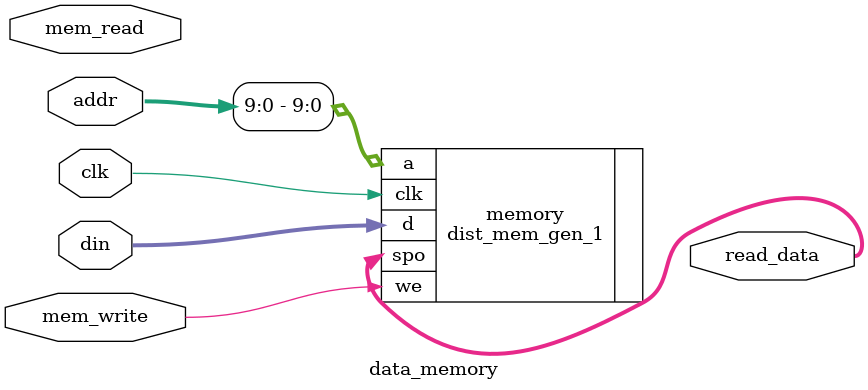
<source format=v>
`timescale 1ns / 1ps


module data_memory(
    input clk,
    input mem_write,
    input mem_read,
    input [31:0] addr,
    input [31:0] din,
    output [31:0] read_data
);
    dist_mem_gen_1 memory(
        .a(addr[9:0]),
        .d(din),
        .we(mem_write),
        .clk(clk),
        .spo(read_data)
    );
endmodule

</source>
